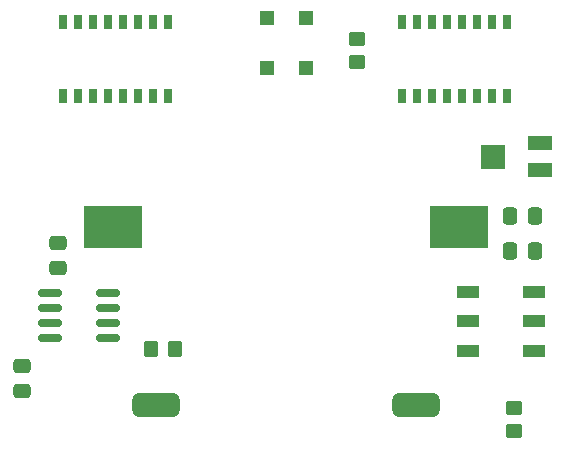
<source format=gbr>
%TF.GenerationSoftware,KiCad,Pcbnew,(6.0.10)*%
%TF.CreationDate,2023-01-16T11:38:01+01:00*%
%TF.ProjectId,Heart_NE555,48656172-745f-44e4-9535-35352e6b6963,rev?*%
%TF.SameCoordinates,Original*%
%TF.FileFunction,Paste,Bot*%
%TF.FilePolarity,Positive*%
%FSLAX46Y46*%
G04 Gerber Fmt 4.6, Leading zero omitted, Abs format (unit mm)*
G04 Created by KiCad (PCBNEW (6.0.10)) date 2023-01-16 11:38:01*
%MOMM*%
%LPD*%
G01*
G04 APERTURE LIST*
G04 Aperture macros list*
%AMRoundRect*
0 Rectangle with rounded corners*
0 $1 Rounding radius*
0 $2 $3 $4 $5 $6 $7 $8 $9 X,Y pos of 4 corners*
0 Add a 4 corners polygon primitive as box body*
4,1,4,$2,$3,$4,$5,$6,$7,$8,$9,$2,$3,0*
0 Add four circle primitives for the rounded corners*
1,1,$1+$1,$2,$3*
1,1,$1+$1,$4,$5*
1,1,$1+$1,$6,$7*
1,1,$1+$1,$8,$9*
0 Add four rect primitives between the rounded corners*
20,1,$1+$1,$2,$3,$4,$5,0*
20,1,$1+$1,$4,$5,$6,$7,0*
20,1,$1+$1,$6,$7,$8,$9,0*
20,1,$1+$1,$8,$9,$2,$3,0*%
G04 Aperture macros list end*
%ADD10RoundRect,0.250000X0.475000X-0.337500X0.475000X0.337500X-0.475000X0.337500X-0.475000X-0.337500X0*%
%ADD11R,1.200000X1.200000*%
%ADD12RoundRect,0.249999X0.450001X-0.350001X0.450001X0.350001X-0.450001X0.350001X-0.450001X-0.350001X0*%
%ADD13RoundRect,0.150000X-0.825000X-0.150000X0.825000X-0.150000X0.825000X0.150000X-0.825000X0.150000X0*%
%ADD14R,5.000000X3.600000*%
%ADD15RoundRect,0.500000X-1.500000X-0.500000X1.500000X-0.500000X1.500000X0.500000X-1.500000X0.500000X0*%
%ADD16R,0.800000X1.300000*%
%ADD17RoundRect,0.249999X-0.350001X-0.450001X0.350001X-0.450001X0.350001X0.450001X-0.350001X0.450001X0*%
%ADD18R,2.000000X1.300000*%
%ADD19R,2.000000X2.000000*%
%ADD20R,1.950000X1.100000*%
%ADD21RoundRect,0.250000X-0.337500X-0.475000X0.337500X-0.475000X0.337500X0.475000X-0.337500X0.475000X0*%
G04 APERTURE END LIST*
D10*
%TO.C,C3*%
X102616000Y-99843500D03*
X102616000Y-97768500D03*
%TD*%
D11*
%TO.C,D1*%
X126650000Y-72500000D03*
X123350000Y-72500000D03*
%TD*%
%TO.C,D2*%
X126650000Y-68250000D03*
X123350000Y-68250000D03*
%TD*%
D12*
%TO.C,R3*%
X131000000Y-72000000D03*
X131000000Y-70000000D03*
%TD*%
%TO.C,R4*%
X144250000Y-103250000D03*
X144250000Y-101250000D03*
%TD*%
D13*
%TO.C,U1*%
X104967000Y-95377000D03*
X104967000Y-94107000D03*
X104967000Y-92837000D03*
X104967000Y-91567000D03*
X109917000Y-91567000D03*
X109917000Y-92837000D03*
X109917000Y-94107000D03*
X109917000Y-95377000D03*
%TD*%
D14*
%TO.C,BT1*%
X110350000Y-86000000D03*
X139650000Y-86000000D03*
%TD*%
D15*
%TO.C,SW1*%
X114000000Y-101000000D03*
X136000000Y-101000000D03*
%TD*%
D16*
%TO.C,U2*%
X134800000Y-68600000D03*
X136080000Y-68600000D03*
X137340000Y-68600000D03*
X138610000Y-68600000D03*
X139890000Y-68600000D03*
X141160000Y-68600000D03*
X142420000Y-68600000D03*
X143700000Y-68600000D03*
X143700000Y-74900000D03*
X142420000Y-74900000D03*
X141160000Y-74900000D03*
X139890000Y-74900000D03*
X138610000Y-74900000D03*
X137340000Y-74900000D03*
X136080000Y-74900000D03*
X134800000Y-74900000D03*
%TD*%
%TO.C,U3*%
X106050000Y-68600000D03*
X107330000Y-68600000D03*
X108590000Y-68600000D03*
X109860000Y-68600000D03*
X111140000Y-68600000D03*
X112410000Y-68600000D03*
X113670000Y-68600000D03*
X114950000Y-68600000D03*
X114950000Y-74900000D03*
X113670000Y-74900000D03*
X112410000Y-74900000D03*
X111140000Y-74900000D03*
X109860000Y-74900000D03*
X108590000Y-74900000D03*
X107330000Y-74900000D03*
X106050000Y-74900000D03*
%TD*%
D17*
%TO.C,R2*%
X113554000Y-96266000D03*
X115554000Y-96266000D03*
%TD*%
D10*
%TO.C,C2*%
X105675000Y-89425000D03*
X105675000Y-87350000D03*
%TD*%
D18*
%TO.C,RV1*%
X146500000Y-81150000D03*
D19*
X142500000Y-80000000D03*
D18*
X146500000Y-78850000D03*
%TD*%
D20*
%TO.C,SW2*%
X140350000Y-96450000D03*
X146000000Y-96450000D03*
X146000000Y-93950000D03*
X140350000Y-93950000D03*
X146000000Y-91450000D03*
X140350000Y-91450000D03*
%TD*%
D21*
%TO.C,C1*%
X143962500Y-88000000D03*
X146037500Y-88000000D03*
%TD*%
%TO.C,C4*%
X143962500Y-85000000D03*
X146037500Y-85000000D03*
%TD*%
M02*

</source>
